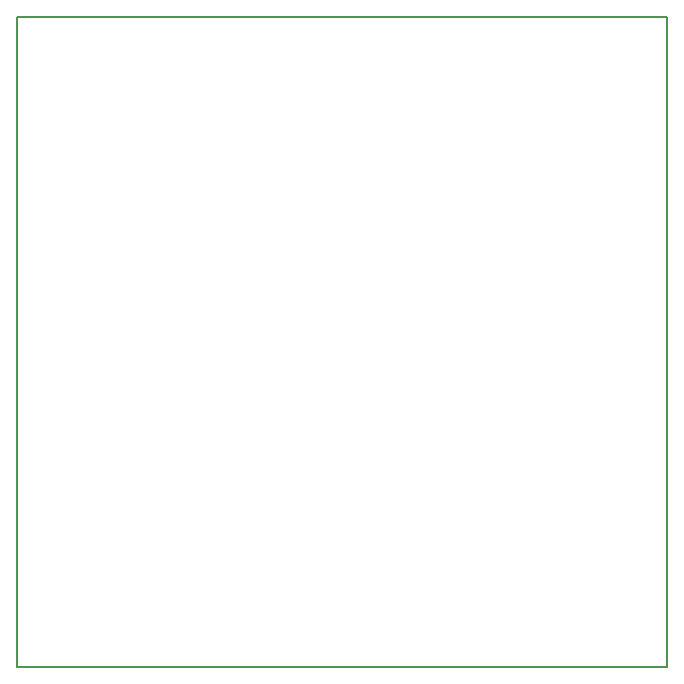
<source format=gko>
G04*
G04 #@! TF.GenerationSoftware,Altium Limited,Altium Designer,18.1.6 (161)*
G04*
G04 Layer_Color=16711935*
%FSLAX44Y44*%
%MOMM*%
G71*
G01*
G75*
%ADD12C,0.2000*%
G54D12*
X0Y0D02*
X550000D01*
X0D02*
Y550000D01*
X550000D01*
Y0D02*
Y550000D01*
M02*

</source>
